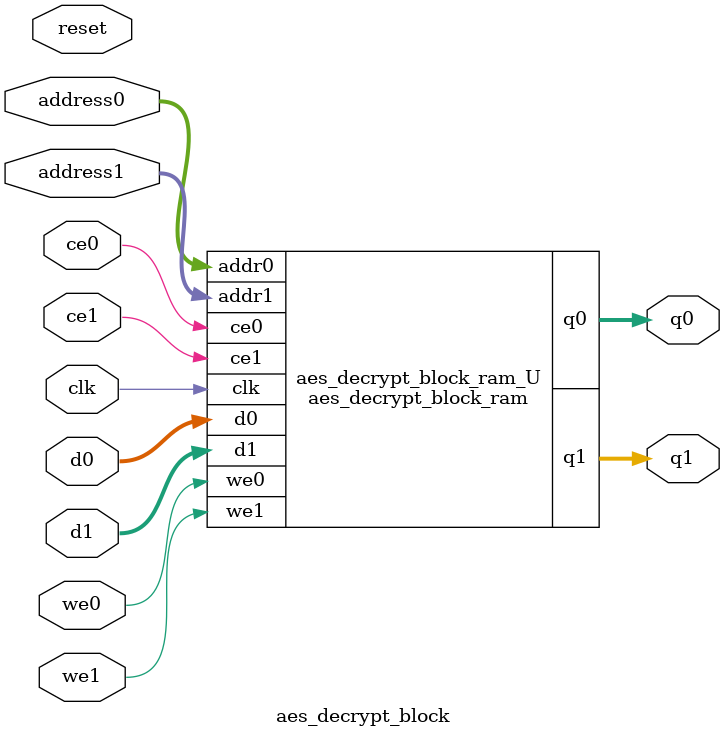
<source format=v>
`timescale 1 ns / 1 ps
module aes_decrypt_block_ram (addr0, ce0, d0, we0, q0, addr1, ce1, d1, we1, q1,  clk);

parameter DWIDTH = 8;
parameter AWIDTH = 4;
parameter MEM_SIZE = 16;

input[AWIDTH-1:0] addr0;
input ce0;
input[DWIDTH-1:0] d0;
input we0;
output reg[DWIDTH-1:0] q0;
input[AWIDTH-1:0] addr1;
input ce1;
input[DWIDTH-1:0] d1;
input we1;
output reg[DWIDTH-1:0] q1;
input clk;

(* ram_style = "block" *)reg [DWIDTH-1:0] ram[0:MEM_SIZE-1];




always @(posedge clk)  
begin 
    if (ce0) begin
        if (we0) 
            ram[addr0] <= d0; 
        q0 <= ram[addr0];
    end
end


always @(posedge clk)  
begin 
    if (ce1) begin
        if (we1) 
            ram[addr1] <= d1; 
        q1 <= ram[addr1];
    end
end


endmodule

`timescale 1 ns / 1 ps
module aes_decrypt_block(
    reset,
    clk,
    address0,
    ce0,
    we0,
    d0,
    q0,
    address1,
    ce1,
    we1,
    d1,
    q1);

parameter DataWidth = 32'd8;
parameter AddressRange = 32'd16;
parameter AddressWidth = 32'd4;
input reset;
input clk;
input[AddressWidth - 1:0] address0;
input ce0;
input we0;
input[DataWidth - 1:0] d0;
output[DataWidth - 1:0] q0;
input[AddressWidth - 1:0] address1;
input ce1;
input we1;
input[DataWidth - 1:0] d1;
output[DataWidth - 1:0] q1;



aes_decrypt_block_ram aes_decrypt_block_ram_U(
    .clk( clk ),
    .addr0( address0 ),
    .ce0( ce0 ),
    .we0( we0 ),
    .d0( d0 ),
    .q0( q0 ),
    .addr1( address1 ),
    .ce1( ce1 ),
    .we1( we1 ),
    .d1( d1 ),
    .q1( q1 ));

endmodule


</source>
